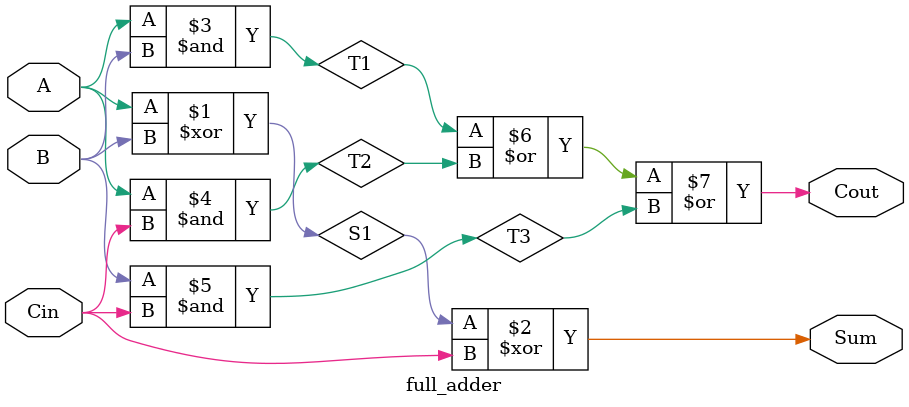
<source format=v>
`timescale 1ns / 1ps


module LCA_32(
    input [31:0] A,
    input [31:0] B,
    input C0,
    output [31:0] F,
    output C2       );

    wire [2:0] C;
    reg [1:0] P, G;
    reg [7:0] P_t, G_t;
    wire [31:0] p,g;

    assign p = A | B;
    assign g = A & B;
    task cal_PG_4;
        input [3:0] p,g;
        output reg P,G;
        begin
            P = p[3] & p[2] & p[1] & p[0];
            G = g[3] | p[3] & g[2] | p[3] & p[2] & g[1] | p[3] & p[2] & p[1] & g[0];
        end
    endtask
    always @* begin
        cal_PG_4(p[3:0],g[3:0],P_t[0],G_t[0]);
        cal_PG_4(p[7:4],g[7:4],P_t[1],G_t[1]);
        cal_PG_4(p[11:8],g[11:8],P_t[2],G_t[2]);
        cal_PG_4(p[15:12],g[15:12],P_t[3],G_t[3]);
        cal_PG_4(p[19:16],g[19:16],P_t[4],G_t[4]);
        cal_PG_4(p[23:20],g[23:20],P_t[5],G_t[5]);
        cal_PG_4(p[27:24],g[27:24],P_t[6],G_t[6]);
        cal_PG_4(p[31:28],g[31:28],P_t[7],G_t[7]);
        cal_PG_4(P_t[3:0],G_t[3:0],P[0],G[0]);
        cal_PG_4(P_t[7:4],G_t[7:4],P[1],G[1]);
    end
    assign C[0] = C0;
    assign C[1] = G[0] | P[0] & C[0];
    assign C[2] = G[1] | P[1] & G[0] | P[1] & P[0] & C[0];

    LCA_16 uu1(A[15:0], B[15:0], C[0], F[15:0], );
    LCA_16 uu2(A[31:16], B[31:16], C[1], F[31:16], );
    assign C2 = C[2];

endmodule

module LCA_16(    
    input [15:0] A,
    input [15:0] B,
    input C0,
    output [15:0] F,
    output C4       );

    wire [4:0] C;
    reg [3:0] P, G;
    wire [15:0] p, g;

    assign p = A | B;
    assign g = A & B;
    task cal_PG;
        input [3:0] p,g;
        output reg P,G;
        begin
            P = p[3] & p[2] & p[1] & p[0];
            G = g[3] | p[3] & g[2] | p[3] & p[2] & g[1] | p[3] & p[2] & p[1] & g[0];
        end
    endtask
    always @* begin
        cal_PG(p[3:0],g[3:0],P[0],G[0]);
        cal_PG(p[7:4],g[7:4],P[1],G[1]);
        cal_PG(p[11:8],g[11:8],P[2],G[2]);
        cal_PG(p[15:12],g[15:12],P[3],G[3]);        
    end    
    assign C[0] = C0;
    assign C[1] = G[0] | P[0] & C[0];
    assign C[2] = G[1] | P[1] & G[0] | P[1] & P[0] & C[0];
    assign C[3] = G[2] | P[2] & G[1] | P[2] & P[1] & G[0] | P[2] & P[1] & P[0] & C[0];
    assign C[4] = G[3] | P[3] & G[2] | P[3] & P[2] & G[1] | P[3] & P[2] & P[1] & G[0] | P[3] & P[2] & P[1] & P[0] & C[0];

    LCA_Adder uu1(A[3:0], B[3:0], C[0], F[3:0], );
    LCA_Adder uu2(A[7:4], B[7:4], C[1], F[7:4], );
    LCA_Adder uu3(A[11:8], B[11:8], C[2], F[11:8], );
    LCA_Adder uu4(A[15:12], B[15:12], C[3], F[15:12], );
    assign C4 = C[4];

endmodule

module LCA_Adder(
    input [3:0] A,
    input [3:0] B,
    input C0,
    output [3:0] F,
    output C4       );

    wire [4:0] C;
    wire [3:0] P, G;

    assign P = A | B;
    assign G = A & B;

    assign C[0] = C0;
    assign C[1] = G[0] | P[0] & C[0];
    assign C[2] = G[1] | P[1] & G[0] | P[1] & P[0] & C[0];
    assign C[3] = G[2] | P[2] & G[1] | P[2] & P[1] & G[0] | P[2] & P[1] & P[0] & C[0];
    assign C[4] = G[3] | P[3] & G[2] | P[3] & P[2] & G[1] | P[3] & P[2] & P[1] & G[0] | P[3] & P[2] & P[1] & P[0] & C[0];

    full_adder uu1(A[0], B[0], C[0], F[0], );
    full_adder uu2(A[1], B[1], C[1], F[1], );
    full_adder uu3(A[2], B[2], C[2], F[2], );
    full_adder uu4(A[3], B[3], C[3], F[3], );
    assign C4 = C[4];
endmodule

module full_adder(A, B, Cin, Sum, Cout);
    input A, B, Cin;
    output Sum, Cout;
    wire S1, T1, T2, T3;
    xor uu1(S1, A, B);
    xor uu2(Sum, S1, Cin);
    
    and uu3(T1, A, B);
    and uu4(T2, A, Cin);
    and uu5(T3, B, Cin);
    
    or  uu6(Cout, T1, T2, T3);
endmodule

</source>
